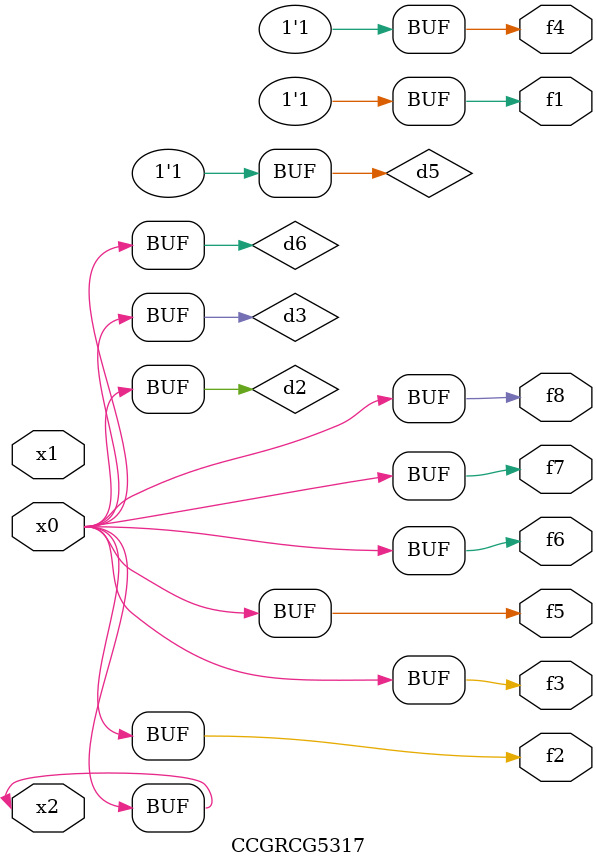
<source format=v>
module CCGRCG5317(
	input x0, x1, x2,
	output f1, f2, f3, f4, f5, f6, f7, f8
);

	wire d1, d2, d3, d4, d5, d6;

	xnor (d1, x2);
	buf (d2, x0, x2);
	and (d3, x0);
	xnor (d4, x1, x2);
	nand (d5, d1, d3);
	buf (d6, d2, d3);
	assign f1 = d5;
	assign f2 = d6;
	assign f3 = d6;
	assign f4 = d5;
	assign f5 = d6;
	assign f6 = d6;
	assign f7 = d6;
	assign f8 = d6;
endmodule

</source>
